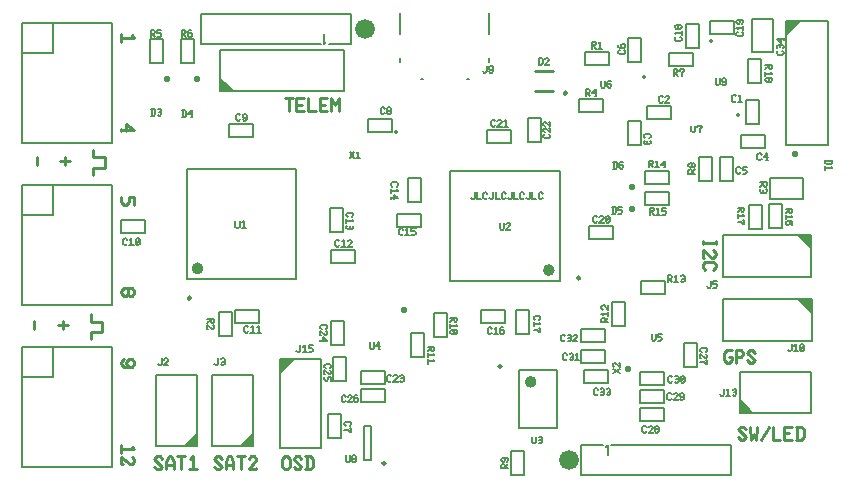
<source format=gto>
G04 Generated by Ultiboard 14.1 *
%FSLAX25Y25*%
%MOIN*%

%ADD10C,0.00001*%
%ADD11C,0.00600*%
%ADD12C,0.00700*%
%ADD13C,0.00004*%
%ADD14C,0.00800*%
%ADD15C,0.01000*%
%ADD16C,0.00984*%
%ADD17C,0.00787*%
%ADD18C,0.01969*%
%ADD19C,0.01414*%
%ADD20C,0.02236*%
%ADD21C,0.06604*%


G04 ColorRGB FFFF00 for the following layer *
%LNSilkscreen Top*%
%LPD*%
G54D10*
G54D11*
X75905Y121643D02*
X75450Y121186D01*
X74995Y121186D01*
X74540Y121643D01*
X74540Y123014D01*
X74995Y123471D01*
X75450Y123471D01*
X75905Y123014D01*
X76588Y121643D02*
X77043Y121186D01*
X77498Y121186D01*
X77953Y121643D01*
X77953Y122557D01*
X77953Y123014D01*
X77498Y123471D01*
X77043Y123471D01*
X76588Y123014D01*
X76588Y122557D01*
X77043Y122100D01*
X77498Y122100D01*
X77953Y122557D01*
X72000Y120200D02*
X80000Y120200D01*
X80000Y115872D01*
X72000Y115872D01*
X72000Y120200D01*
X111643Y89119D02*
X111186Y89574D01*
X111186Y90029D01*
X111643Y90484D01*
X113014Y90484D01*
X113471Y90029D01*
X113471Y89574D01*
X113014Y89119D01*
X113014Y88209D02*
X113471Y87754D01*
X111186Y87754D01*
X111186Y88436D02*
X111186Y87071D01*
X113243Y86161D02*
X113471Y85933D01*
X113471Y85478D01*
X113014Y85023D01*
X112557Y85023D01*
X112329Y85251D01*
X112100Y85023D01*
X111643Y85023D01*
X111186Y85478D01*
X111186Y85933D01*
X111414Y86161D01*
X112329Y85933D02*
X112329Y85251D01*
X110200Y92000D02*
X105872Y92000D01*
X105872Y84000D01*
X110200Y84000D01*
X110200Y92000D01*
X108881Y79643D02*
X108426Y79186D01*
X107971Y79186D01*
X107516Y79643D01*
X107516Y81014D01*
X107971Y81471D01*
X108426Y81471D01*
X108881Y81014D01*
X109791Y81014D02*
X110246Y81471D01*
X110246Y79186D01*
X109564Y79186D02*
X110929Y79186D01*
X111612Y81014D02*
X112067Y81471D01*
X112522Y81471D01*
X112977Y81014D01*
X112977Y80786D01*
X111612Y79186D01*
X112977Y79186D01*
X112977Y79414D01*
X106000Y78200D02*
X114000Y78200D01*
X114000Y73872D01*
X106000Y73872D01*
X106000Y78200D01*
X160881Y119643D02*
X160426Y119186D01*
X159971Y119186D01*
X159516Y119643D01*
X159516Y121014D01*
X159971Y121471D01*
X160426Y121471D01*
X160881Y121014D01*
X161564Y121014D02*
X162019Y121471D01*
X162474Y121471D01*
X162929Y121014D01*
X162929Y120786D01*
X161564Y119186D01*
X162929Y119186D01*
X162929Y119414D01*
X163839Y121014D02*
X164294Y121471D01*
X164294Y119186D01*
X163612Y119186D02*
X164977Y119186D01*
X158000Y118200D02*
X166000Y118200D01*
X166000Y113872D01*
X158000Y113872D01*
X158000Y118200D01*
X194881Y87643D02*
X194426Y87186D01*
X193971Y87186D01*
X193516Y87643D01*
X193516Y89014D01*
X193971Y89471D01*
X194426Y89471D01*
X194881Y89014D01*
X195564Y89014D02*
X196019Y89471D01*
X196474Y89471D01*
X196929Y89014D01*
X196929Y88786D01*
X195564Y87186D01*
X196929Y87186D01*
X196929Y87414D01*
X197612Y89014D02*
X198067Y89471D01*
X198522Y89471D01*
X198977Y89014D01*
X198977Y87643D01*
X198522Y87186D01*
X198067Y87186D01*
X197612Y87643D01*
X197612Y89014D01*
X198977Y89014D02*
X197612Y87643D01*
X192000Y86200D02*
X200000Y86200D01*
X200000Y81872D01*
X192000Y81872D01*
X192000Y86200D01*
X229643Y44019D02*
X229186Y44474D01*
X229186Y44929D01*
X229643Y45384D01*
X231014Y45384D01*
X231471Y44929D01*
X231471Y44474D01*
X231014Y44019D01*
X231014Y43336D02*
X231471Y42881D01*
X231471Y42426D01*
X231014Y41971D01*
X230786Y41971D01*
X229186Y43336D01*
X229186Y41971D01*
X229414Y41971D01*
X229186Y40606D02*
X230329Y40606D01*
X231014Y39923D01*
X231471Y39923D01*
X231471Y41288D01*
X231014Y41288D01*
X228200Y46900D02*
X223872Y46900D01*
X223872Y38900D01*
X228200Y38900D01*
X228200Y46900D01*
X198514Y54116D02*
X196229Y54116D01*
X196229Y55026D01*
X196686Y55481D01*
X196914Y55481D01*
X197371Y55026D01*
X197371Y54116D01*
X197371Y54343D02*
X198514Y55481D01*
X196686Y56391D02*
X196229Y56846D01*
X198514Y56846D01*
X198514Y56164D02*
X198514Y57529D01*
X196686Y58212D02*
X196229Y58667D01*
X196229Y59122D01*
X196686Y59577D01*
X196914Y59577D01*
X198514Y58212D01*
X198514Y59577D01*
X198286Y59577D01*
X199600Y52600D02*
X203928Y52600D01*
X203928Y60600D01*
X199600Y60600D01*
X199600Y52600D01*
X216793Y127643D02*
X216338Y127186D01*
X215883Y127186D01*
X215428Y127643D01*
X215428Y129014D01*
X215883Y129471D01*
X216338Y129471D01*
X216793Y129014D01*
X217476Y129014D02*
X217931Y129471D01*
X218386Y129471D01*
X218841Y129014D01*
X218841Y128786D01*
X217476Y127186D01*
X218841Y127186D01*
X218841Y127414D01*
X211400Y126200D02*
X219400Y126200D01*
X219400Y121872D01*
X211400Y121872D01*
X211400Y126200D01*
X193140Y145186D02*
X193140Y147471D01*
X194050Y147471D01*
X194505Y147014D01*
X194505Y146786D01*
X194050Y146329D01*
X193140Y146329D01*
X193367Y146329D02*
X194505Y145186D01*
X195415Y147014D02*
X195870Y147471D01*
X195870Y145186D01*
X195188Y145186D02*
X196553Y145186D01*
X190600Y144100D02*
X198600Y144100D01*
X198600Y139772D01*
X190600Y139772D01*
X190600Y144100D01*
X257586Y91784D02*
X259871Y91784D01*
X259871Y90874D01*
X259414Y90419D01*
X259186Y90419D01*
X258729Y90874D01*
X258729Y91784D01*
X258729Y91557D02*
X257586Y90419D01*
X259414Y89509D02*
X259871Y89054D01*
X257586Y89054D01*
X257586Y89736D02*
X257586Y88371D01*
X259871Y86551D02*
X259871Y87233D01*
X259414Y87688D01*
X258500Y87688D01*
X258043Y87688D01*
X257586Y87233D01*
X257586Y86778D01*
X258043Y86323D01*
X258500Y86323D01*
X258957Y86778D01*
X258957Y87233D01*
X258500Y87688D01*
X256500Y93300D02*
X252172Y93300D01*
X252172Y85300D01*
X256500Y85300D01*
X256500Y93300D01*
X203657Y144705D02*
X204114Y144250D01*
X204114Y143795D01*
X203657Y143340D01*
X202286Y143340D01*
X201829Y143795D01*
X201829Y144250D01*
X202286Y144705D01*
X201829Y146525D02*
X201829Y145843D01*
X202286Y145388D01*
X203200Y145388D01*
X203657Y145388D01*
X204114Y145843D01*
X204114Y146298D01*
X203657Y146753D01*
X203200Y146753D01*
X202743Y146298D01*
X202743Y145843D01*
X203200Y145388D01*
X205100Y140800D02*
X209428Y140800D01*
X209428Y148800D01*
X205100Y148800D01*
X205100Y140800D01*
X145886Y55484D02*
X148171Y55484D01*
X148171Y54574D01*
X147714Y54119D01*
X147486Y54119D01*
X147029Y54574D01*
X147029Y55484D01*
X147029Y55257D02*
X145886Y54119D01*
X147714Y53209D02*
X148171Y52754D01*
X145886Y52754D01*
X145886Y53436D02*
X145886Y52071D01*
X147714Y51388D02*
X148171Y50933D01*
X148171Y50478D01*
X147714Y50023D01*
X146343Y50023D01*
X145886Y50478D01*
X145886Y50933D01*
X146343Y51388D01*
X147714Y51388D01*
X147714Y50023D02*
X146343Y51388D01*
X144800Y57000D02*
X140472Y57000D01*
X140472Y49000D01*
X144800Y49000D01*
X144800Y57000D01*
X178657Y116593D02*
X179114Y116138D01*
X179114Y115683D01*
X178657Y115228D01*
X177286Y115228D01*
X176829Y115683D01*
X176829Y116138D01*
X177286Y116593D01*
X177286Y117276D02*
X176829Y117731D01*
X176829Y118186D01*
X177286Y118641D01*
X177514Y118641D01*
X179114Y117276D01*
X179114Y118641D01*
X178886Y118641D01*
X177286Y119324D02*
X176829Y119779D01*
X176829Y120234D01*
X177286Y120689D01*
X177514Y120689D01*
X179114Y119324D01*
X179114Y120689D01*
X178886Y120689D01*
X171800Y114000D02*
X176128Y114000D01*
X176128Y122000D01*
X171800Y122000D01*
X171800Y114000D01*
X210843Y115407D02*
X210386Y115862D01*
X210386Y116317D01*
X210843Y116772D01*
X212214Y116772D01*
X212671Y116317D01*
X212671Y115862D01*
X212214Y115407D01*
X212443Y114497D02*
X212671Y114269D01*
X212671Y113814D01*
X212214Y113359D01*
X211757Y113359D01*
X211529Y113587D01*
X211300Y113359D01*
X210843Y113359D01*
X210386Y113814D01*
X210386Y114269D01*
X210614Y114497D01*
X211529Y114269D02*
X211529Y113587D01*
X209300Y121000D02*
X204972Y121000D01*
X204972Y113000D01*
X209300Y113000D01*
X209300Y121000D01*
X220328Y135986D02*
X220328Y138271D01*
X221238Y138271D01*
X221693Y137814D01*
X221693Y137586D01*
X221238Y137129D01*
X220328Y137129D01*
X220555Y137129D02*
X221693Y135986D01*
X223058Y135986D02*
X223058Y137129D01*
X223741Y137814D01*
X223741Y138271D01*
X222376Y138271D01*
X222376Y137814D01*
X218600Y143600D02*
X226600Y143600D01*
X226600Y139272D01*
X218600Y139272D01*
X218600Y143600D01*
X222557Y149093D02*
X223014Y148638D01*
X223014Y148183D01*
X222557Y147728D01*
X221186Y147728D01*
X220729Y148183D01*
X220729Y148638D01*
X221186Y149093D01*
X221186Y150003D02*
X220729Y150458D01*
X223014Y150458D01*
X223014Y149776D02*
X223014Y151141D01*
X223014Y152734D02*
X223014Y152279D01*
X222557Y151824D01*
X222100Y151824D01*
X221871Y152051D01*
X221643Y151824D01*
X221186Y151824D01*
X220729Y152279D01*
X220729Y152734D01*
X221186Y153189D01*
X221643Y153189D01*
X221871Y152961D01*
X222100Y153189D01*
X222557Y153189D01*
X223014Y152734D01*
X221871Y152051D02*
X221871Y152961D01*
X224500Y145400D02*
X228828Y145400D01*
X228828Y153400D01*
X224500Y153400D01*
X224500Y145400D01*
X234328Y135271D02*
X234328Y133443D01*
X234783Y132986D01*
X235238Y132986D01*
X235693Y133443D01*
X235693Y135271D01*
X236376Y133443D02*
X236831Y132986D01*
X237286Y132986D01*
X237741Y133443D01*
X237741Y134357D01*
X237741Y134814D01*
X237286Y135271D01*
X236831Y135271D01*
X236376Y134814D01*
X236376Y134357D01*
X236831Y133900D01*
X237286Y133900D01*
X237741Y134357D01*
X256457Y144493D02*
X256914Y144038D01*
X256914Y143583D01*
X256457Y143128D01*
X255086Y143128D01*
X254629Y143583D01*
X254629Y144038D01*
X255086Y144493D01*
X254857Y145403D02*
X254629Y145631D01*
X254629Y146086D01*
X255086Y146541D01*
X255543Y146541D01*
X255771Y146313D01*
X256000Y146541D01*
X256457Y146541D01*
X256914Y146086D01*
X256914Y145631D01*
X256686Y145403D01*
X255771Y145631D02*
X255771Y146313D01*
X256000Y148589D02*
X256000Y147224D01*
X254629Y148361D01*
X256914Y148361D01*
X256914Y148134D02*
X256914Y148589D01*
X241586Y92172D02*
X243871Y92172D01*
X243871Y91262D01*
X243414Y90807D01*
X243186Y90807D01*
X242729Y91262D01*
X242729Y92172D01*
X242729Y91945D02*
X241586Y90807D01*
X243414Y89897D02*
X243871Y89442D01*
X241586Y89442D01*
X241586Y90124D02*
X241586Y88759D01*
X241586Y87394D02*
X242729Y87394D01*
X243414Y86711D01*
X243871Y86711D01*
X243871Y88076D01*
X243414Y88076D01*
X249700Y93200D02*
X245372Y93200D01*
X245372Y85200D01*
X249700Y85200D01*
X249700Y93200D01*
X249593Y108443D02*
X249138Y107986D01*
X248683Y107986D01*
X248228Y108443D01*
X248228Y109814D01*
X248683Y110271D01*
X249138Y110271D01*
X249593Y109814D01*
X251641Y108900D02*
X250276Y108900D01*
X251413Y110271D01*
X251413Y107986D01*
X251186Y107986D02*
X251641Y107986D01*
X242800Y116400D02*
X250800Y116400D01*
X250800Y112072D01*
X242800Y112072D01*
X242800Y116400D01*
X235728Y29943D02*
X236183Y29486D01*
X236638Y29486D01*
X237093Y29943D01*
X237093Y31771D01*
X238003Y31314D02*
X238458Y31771D01*
X238458Y29486D01*
X237776Y29486D02*
X239141Y29486D01*
X240051Y31543D02*
X240279Y31771D01*
X240734Y31771D01*
X241189Y31314D01*
X241189Y30857D01*
X240961Y30629D01*
X241189Y30400D01*
X241189Y29943D01*
X240734Y29486D01*
X240279Y29486D01*
X240051Y29714D01*
X240279Y30629D02*
X240961Y30629D01*
X242489Y23600D02*
X266111Y23600D01*
X266111Y37380D01*
X242489Y37380D01*
X242489Y23600D01*
X200029Y37028D02*
X202314Y38393D01*
X202314Y37028D02*
X200029Y38393D01*
X200486Y39076D02*
X200029Y39531D01*
X200029Y39986D01*
X200486Y40441D01*
X200714Y40441D01*
X202314Y39076D01*
X202314Y40441D01*
X202086Y40441D01*
X219593Y28543D02*
X219138Y28086D01*
X218683Y28086D01*
X218228Y28543D01*
X218228Y29914D01*
X218683Y30371D01*
X219138Y30371D01*
X219593Y29914D01*
X220276Y29914D02*
X220731Y30371D01*
X221186Y30371D01*
X221641Y29914D01*
X221641Y29686D01*
X220276Y28086D01*
X221641Y28086D01*
X221641Y28314D01*
X222324Y28543D02*
X222779Y28086D01*
X223234Y28086D01*
X223689Y28543D01*
X223689Y29457D01*
X223689Y29914D01*
X223234Y30371D01*
X222779Y30371D01*
X222324Y29914D01*
X222324Y29457D01*
X222779Y29000D01*
X223234Y29000D01*
X223689Y29457D01*
X209167Y31400D02*
X217167Y31400D01*
X217167Y27072D01*
X209167Y27072D01*
X209167Y31400D01*
X195093Y30143D02*
X194638Y29686D01*
X194183Y29686D01*
X193728Y30143D01*
X193728Y31514D01*
X194183Y31971D01*
X194638Y31971D01*
X195093Y31514D01*
X196003Y31743D02*
X196231Y31971D01*
X196686Y31971D01*
X197141Y31514D01*
X197141Y31057D01*
X196913Y30829D01*
X197141Y30600D01*
X197141Y30143D01*
X196686Y29686D01*
X196231Y29686D01*
X196003Y29914D01*
X196231Y30829D02*
X196913Y30829D01*
X198051Y31743D02*
X198279Y31971D01*
X198734Y31971D01*
X199189Y31514D01*
X199189Y31057D01*
X198961Y30829D01*
X199189Y30600D01*
X199189Y30143D01*
X198734Y29686D01*
X198279Y29686D01*
X198051Y29914D01*
X198279Y30829D02*
X198961Y30829D01*
X190300Y37900D02*
X198300Y37900D01*
X198300Y33572D01*
X190300Y33572D01*
X190300Y37900D01*
X184793Y41843D02*
X184338Y41386D01*
X183883Y41386D01*
X183428Y41843D01*
X183428Y43214D01*
X183883Y43671D01*
X184338Y43671D01*
X184793Y43214D01*
X185703Y43443D02*
X185931Y43671D01*
X186386Y43671D01*
X186841Y43214D01*
X186841Y42757D01*
X186613Y42529D01*
X186841Y42300D01*
X186841Y41843D01*
X186386Y41386D01*
X185931Y41386D01*
X185703Y41614D01*
X185931Y42529D02*
X186613Y42529D01*
X187751Y43214D02*
X188206Y43671D01*
X188206Y41386D01*
X187524Y41386D02*
X188889Y41386D01*
X189500Y44800D02*
X197500Y44800D01*
X197500Y40472D01*
X189500Y40472D01*
X189500Y44800D01*
X126543Y99207D02*
X126086Y99662D01*
X126086Y100117D01*
X126543Y100572D01*
X127914Y100572D01*
X128371Y100117D01*
X128371Y99662D01*
X127914Y99207D01*
X127914Y98297D02*
X128371Y97842D01*
X126086Y97842D01*
X126086Y98524D02*
X126086Y97159D01*
X127000Y95111D02*
X127000Y96476D01*
X128371Y95339D01*
X126086Y95339D01*
X126086Y95566D02*
X126086Y95111D01*
X136200Y102000D02*
X131872Y102000D01*
X131872Y94000D01*
X136200Y94000D01*
X136200Y102000D01*
X159693Y50443D02*
X159238Y49986D01*
X158783Y49986D01*
X158328Y50443D01*
X158328Y51814D01*
X158783Y52271D01*
X159238Y52271D01*
X159693Y51814D01*
X160603Y51814D02*
X161058Y52271D01*
X161058Y49986D01*
X160376Y49986D02*
X161741Y49986D01*
X163561Y52271D02*
X162879Y52271D01*
X162424Y51814D01*
X162424Y50900D01*
X162424Y50443D01*
X162879Y49986D01*
X163334Y49986D01*
X163789Y50443D01*
X163789Y50900D01*
X163334Y51357D01*
X162879Y51357D01*
X162424Y50900D01*
X156000Y58200D02*
X164000Y58200D01*
X164000Y53872D01*
X156000Y53872D01*
X156000Y58200D01*
X174043Y54707D02*
X173586Y55162D01*
X173586Y55617D01*
X174043Y56072D01*
X175414Y56072D01*
X175871Y55617D01*
X175871Y55162D01*
X175414Y54707D01*
X175414Y53797D02*
X175871Y53342D01*
X173586Y53342D01*
X173586Y54024D02*
X173586Y52659D01*
X173586Y51294D02*
X174729Y51294D01*
X175414Y50611D01*
X175871Y50611D01*
X175871Y51976D01*
X175414Y51976D01*
X172200Y58000D02*
X167872Y58000D01*
X167872Y50000D01*
X172200Y50000D01*
X172200Y58000D01*
X64886Y55072D02*
X67171Y55072D01*
X67171Y54162D01*
X66714Y53707D01*
X66486Y53707D01*
X66029Y54162D01*
X66029Y55072D01*
X66029Y54845D02*
X64886Y53707D01*
X66714Y53024D02*
X67171Y52569D01*
X67171Y52114D01*
X66714Y51659D01*
X66486Y51659D01*
X64886Y53024D01*
X64886Y51659D01*
X65114Y51659D01*
X73000Y57400D02*
X68672Y57400D01*
X68672Y49400D01*
X73000Y49400D01*
X73000Y57400D01*
X102943Y51707D02*
X102486Y52162D01*
X102486Y52617D01*
X102943Y53072D01*
X104314Y53072D01*
X104771Y52617D01*
X104771Y52162D01*
X104314Y51707D01*
X104314Y51024D02*
X104771Y50569D01*
X104771Y50114D01*
X104314Y49659D01*
X104086Y49659D01*
X102486Y51024D01*
X102486Y49659D01*
X102714Y49659D01*
X103400Y47611D02*
X103400Y48976D01*
X104771Y47839D01*
X102486Y47839D01*
X102486Y48066D02*
X102486Y47611D01*
X110400Y54300D02*
X106072Y54300D01*
X106072Y46300D01*
X110400Y46300D01*
X110400Y54300D01*
X104243Y38607D02*
X103786Y39062D01*
X103786Y39517D01*
X104243Y39972D01*
X105614Y39972D01*
X106071Y39517D01*
X106071Y39062D01*
X105614Y38607D01*
X105614Y37924D02*
X106071Y37469D01*
X106071Y37014D01*
X105614Y36559D01*
X105386Y36559D01*
X103786Y37924D01*
X103786Y36559D01*
X104014Y36559D01*
X106071Y34511D02*
X106071Y35876D01*
X105157Y35876D01*
X105157Y34966D01*
X104700Y34511D01*
X104243Y34511D01*
X103786Y34966D01*
X103786Y35876D01*
X111100Y42300D02*
X106772Y42300D01*
X106772Y34300D01*
X111100Y34300D01*
X111100Y42300D01*
X110993Y27843D02*
X110538Y27386D01*
X110083Y27386D01*
X109628Y27843D01*
X109628Y29214D01*
X110083Y29671D01*
X110538Y29671D01*
X110993Y29214D01*
X111676Y29214D02*
X112131Y29671D01*
X112586Y29671D01*
X113041Y29214D01*
X113041Y28986D01*
X111676Y27386D01*
X113041Y27386D01*
X113041Y27614D01*
X114861Y29671D02*
X114179Y29671D01*
X113724Y29214D01*
X113724Y28300D01*
X113724Y27843D01*
X114179Y27386D01*
X114634Y27386D01*
X115089Y27843D01*
X115089Y28300D01*
X114634Y28757D01*
X114179Y28757D01*
X113724Y28300D01*
X116200Y31800D02*
X124200Y31800D01*
X124200Y27472D01*
X116200Y27472D01*
X116200Y31800D01*
X126193Y34543D02*
X125738Y34086D01*
X125283Y34086D01*
X124828Y34543D01*
X124828Y35914D01*
X125283Y36371D01*
X125738Y36371D01*
X126193Y35914D01*
X126876Y35914D02*
X127331Y36371D01*
X127786Y36371D01*
X128241Y35914D01*
X128241Y35686D01*
X126876Y34086D01*
X128241Y34086D01*
X128241Y34314D01*
X129151Y36143D02*
X129379Y36371D01*
X129834Y36371D01*
X130289Y35914D01*
X130289Y35457D01*
X130061Y35229D01*
X130289Y35000D01*
X130289Y34543D01*
X129834Y34086D01*
X129379Y34086D01*
X129151Y34314D01*
X129379Y35229D02*
X130061Y35229D01*
X116200Y37600D02*
X124200Y37600D01*
X124200Y33272D01*
X116200Y33272D01*
X116200Y37600D01*
X138286Y45672D02*
X140571Y45672D01*
X140571Y44762D01*
X140114Y44307D01*
X139886Y44307D01*
X139429Y44762D01*
X139429Y45672D01*
X139429Y45445D02*
X138286Y44307D01*
X140114Y43397D02*
X140571Y42942D01*
X138286Y42942D01*
X138286Y43624D02*
X138286Y42259D01*
X140114Y41349D02*
X140571Y40894D01*
X138286Y40894D01*
X138286Y41576D02*
X138286Y40211D01*
X137100Y50400D02*
X132772Y50400D01*
X132772Y42400D01*
X137100Y42400D01*
X137100Y50400D01*
X48335Y40070D02*
X48791Y39613D01*
X49246Y39613D01*
X49701Y40070D01*
X49701Y41899D01*
X50383Y41442D02*
X50839Y41899D01*
X51294Y41899D01*
X51749Y41442D01*
X51749Y41213D01*
X50383Y39613D01*
X51749Y39613D01*
X51749Y39842D01*
X61400Y12789D02*
X47620Y12789D01*
X47620Y36411D01*
X61400Y36411D01*
X61400Y12789D01*
X67180Y40191D02*
X67635Y39734D01*
X68090Y39734D01*
X68545Y40191D01*
X68545Y42019D01*
X69455Y41791D02*
X69683Y42019D01*
X70138Y42019D01*
X70593Y41562D01*
X70593Y41105D01*
X70365Y40877D01*
X70593Y40648D01*
X70593Y40191D01*
X70138Y39734D01*
X69683Y39734D01*
X69455Y39962D01*
X69683Y40877D02*
X70365Y40877D01*
X80200Y12889D02*
X66420Y12889D01*
X66420Y36511D01*
X80200Y36511D01*
X80200Y12889D01*
X211249Y17643D02*
X210794Y17186D01*
X210339Y17186D01*
X209884Y17643D01*
X209884Y19014D01*
X210339Y19471D01*
X210794Y19471D01*
X211249Y19014D01*
X211932Y19014D02*
X212387Y19471D01*
X212842Y19471D01*
X213297Y19014D01*
X213297Y18786D01*
X211932Y17186D01*
X213297Y17186D01*
X213297Y17414D01*
X214890Y17186D02*
X214435Y17186D01*
X213980Y17643D01*
X213980Y18100D01*
X214207Y18329D01*
X213980Y18557D01*
X213980Y19014D01*
X214435Y19471D01*
X214890Y19471D01*
X215345Y19014D01*
X215345Y18557D01*
X215117Y18329D01*
X215345Y18100D01*
X215345Y17643D01*
X214890Y17186D01*
X214207Y18329D02*
X215117Y18329D01*
X217167Y21000D02*
X209167Y21000D01*
X209167Y25328D01*
X217167Y25328D01*
X217167Y21000D01*
X219893Y34343D02*
X219438Y33886D01*
X218983Y33886D01*
X218528Y34343D01*
X218528Y35714D01*
X218983Y36171D01*
X219438Y36171D01*
X219893Y35714D01*
X220803Y35943D02*
X221031Y36171D01*
X221486Y36171D01*
X221941Y35714D01*
X221941Y35257D01*
X221713Y35029D01*
X221941Y34800D01*
X221941Y34343D01*
X221486Y33886D01*
X221031Y33886D01*
X220803Y34114D01*
X221031Y35029D02*
X221713Y35029D01*
X222624Y35714D02*
X223079Y36171D01*
X223534Y36171D01*
X223989Y35714D01*
X223989Y34343D01*
X223534Y33886D01*
X223079Y33886D01*
X222624Y34343D01*
X222624Y35714D01*
X223989Y35714D02*
X222624Y34343D01*
X217167Y33000D02*
X209167Y33000D01*
X209167Y37328D01*
X217167Y37328D01*
X217167Y33000D01*
X119028Y47271D02*
X119028Y45443D01*
X119483Y44986D01*
X119938Y44986D01*
X120393Y45443D01*
X120393Y47271D01*
X122441Y45900D02*
X121076Y45900D01*
X122213Y47271D01*
X122213Y44986D01*
X121986Y44986D02*
X122441Y44986D01*
X184093Y48043D02*
X183638Y47586D01*
X183183Y47586D01*
X182728Y48043D01*
X182728Y49414D01*
X183183Y49871D01*
X183638Y49871D01*
X184093Y49414D01*
X185003Y49643D02*
X185231Y49871D01*
X185686Y49871D01*
X186141Y49414D01*
X186141Y48957D01*
X185913Y48729D01*
X186141Y48500D01*
X186141Y48043D01*
X185686Y47586D01*
X185231Y47586D01*
X185003Y47814D01*
X185231Y48729D02*
X185913Y48729D01*
X186824Y49414D02*
X187279Y49871D01*
X187734Y49871D01*
X188189Y49414D01*
X188189Y49186D01*
X186824Y47586D01*
X188189Y47586D01*
X188189Y47814D01*
X197400Y47272D02*
X189400Y47272D01*
X189400Y51600D01*
X197400Y51600D01*
X197400Y47272D01*
X258284Y44843D02*
X258739Y44386D01*
X259194Y44386D01*
X259649Y44843D01*
X259649Y46671D01*
X260559Y46214D02*
X261014Y46671D01*
X261014Y44386D01*
X260332Y44386D02*
X261697Y44386D01*
X262380Y46214D02*
X262835Y46671D01*
X263290Y46671D01*
X263745Y46214D01*
X263745Y44843D01*
X263290Y44386D01*
X262835Y44386D01*
X262380Y44843D01*
X262380Y46214D01*
X263745Y46214D02*
X262380Y44843D01*
X266311Y61600D02*
X236783Y61600D01*
X236783Y47820D01*
X266311Y47820D01*
X266311Y61600D01*
X78549Y50943D02*
X78094Y50486D01*
X77639Y50486D01*
X77184Y50943D01*
X77184Y52314D01*
X77639Y52771D01*
X78094Y52771D01*
X78549Y52314D01*
X79459Y52314D02*
X79914Y52771D01*
X79914Y50486D01*
X79232Y50486D02*
X80597Y50486D01*
X81507Y52314D02*
X81962Y52771D01*
X81962Y50486D01*
X81280Y50486D02*
X82645Y50486D01*
X82000Y53800D02*
X74000Y53800D01*
X74000Y58128D01*
X82000Y58128D01*
X82000Y53800D01*
X218484Y67386D02*
X218484Y69671D01*
X219394Y69671D01*
X219849Y69214D01*
X219849Y68986D01*
X219394Y68529D01*
X218484Y68529D01*
X218711Y68529D02*
X219849Y67386D01*
X220759Y69214D02*
X221214Y69671D01*
X221214Y67386D01*
X220532Y67386D02*
X221897Y67386D01*
X222807Y69443D02*
X223035Y69671D01*
X223490Y69671D01*
X223945Y69214D01*
X223945Y68757D01*
X223717Y68529D01*
X223945Y68300D01*
X223945Y67843D01*
X223490Y67386D01*
X223035Y67386D01*
X222807Y67614D01*
X223035Y68529D02*
X223717Y68529D01*
X217400Y63500D02*
X209400Y63500D01*
X209400Y67828D01*
X217400Y67828D01*
X217400Y63500D01*
X38193Y80143D02*
X37738Y79686D01*
X37283Y79686D01*
X36828Y80143D01*
X36828Y81514D01*
X37283Y81971D01*
X37738Y81971D01*
X38193Y81514D01*
X39103Y81514D02*
X39558Y81971D01*
X39558Y79686D01*
X38876Y79686D02*
X40241Y79686D01*
X40924Y81514D02*
X41379Y81971D01*
X41834Y81971D01*
X42289Y81514D01*
X42289Y80143D01*
X41834Y79686D01*
X41379Y79686D01*
X40924Y80143D01*
X40924Y81514D01*
X42289Y81514D02*
X40924Y80143D01*
X44000Y83800D02*
X36000Y83800D01*
X36000Y88128D01*
X44000Y88128D01*
X44000Y83800D01*
X112332Y110871D02*
X113697Y108586D01*
X112332Y108586D02*
X113697Y110871D01*
X114607Y110414D02*
X115062Y110871D01*
X115062Y108586D01*
X114380Y108586D02*
X115745Y108586D01*
X175280Y139810D02*
X176190Y139810D01*
X176645Y140267D01*
X176645Y141639D01*
X176190Y142096D01*
X175280Y142096D01*
X175507Y142096D02*
X175507Y139810D01*
X177328Y141639D02*
X177783Y142096D01*
X178238Y142096D01*
X178693Y141639D01*
X178693Y141410D01*
X177328Y139810D01*
X178693Y139810D01*
X178693Y140039D01*
X242957Y150793D02*
X243414Y150338D01*
X243414Y149883D01*
X242957Y149428D01*
X241586Y149428D01*
X241129Y149883D01*
X241129Y150338D01*
X241586Y150793D01*
X241586Y151703D02*
X241129Y152158D01*
X243414Y152158D01*
X243414Y151476D02*
X243414Y152841D01*
X242957Y153524D02*
X243414Y153979D01*
X243414Y154434D01*
X242957Y154889D01*
X242043Y154889D01*
X241586Y154889D01*
X241129Y154434D01*
X241129Y153979D01*
X241586Y153524D01*
X242043Y153524D01*
X242500Y153979D01*
X242500Y154434D01*
X242043Y154889D01*
X240300Y149900D02*
X232300Y149900D01*
X232300Y154228D01*
X240300Y154228D01*
X240300Y149900D01*
X68989Y131000D02*
X110328Y131000D01*
X110328Y144780D01*
X68989Y144780D01*
X68989Y131000D01*
X231428Y65943D02*
X231883Y65486D01*
X232338Y65486D01*
X232793Y65943D01*
X232793Y67771D01*
X234841Y67771D02*
X233476Y67771D01*
X233476Y66857D01*
X234386Y66857D01*
X234841Y66400D01*
X234841Y65943D01*
X234386Y65486D01*
X233476Y65486D01*
X266111Y83000D02*
X236583Y83000D01*
X236583Y69220D01*
X266111Y69220D01*
X266111Y83000D01*
X94528Y44443D02*
X94983Y43986D01*
X95438Y43986D01*
X95893Y44443D01*
X95893Y46271D01*
X96803Y45814D02*
X97258Y46271D01*
X97258Y43986D01*
X96576Y43986D02*
X97941Y43986D01*
X99989Y46271D02*
X98624Y46271D01*
X98624Y45357D01*
X99534Y45357D01*
X99989Y44900D01*
X99989Y44443D01*
X99534Y43986D01*
X98624Y43986D01*
X89000Y41711D02*
X102780Y41711D01*
X102780Y12183D01*
X89000Y12183D01*
X89000Y41711D01*
X200128Y105186D02*
X201038Y105186D01*
X201493Y105643D01*
X201493Y107014D01*
X201038Y107471D01*
X200128Y107471D01*
X200355Y107471D02*
X200355Y105186D01*
X203313Y107471D02*
X202631Y107471D01*
X202176Y107014D01*
X202176Y106100D01*
X202176Y105643D01*
X202631Y105186D01*
X203086Y105186D01*
X203541Y105643D01*
X203541Y106100D01*
X203086Y106557D01*
X202631Y106557D01*
X202176Y106100D01*
X199728Y90186D02*
X200638Y90186D01*
X201093Y90643D01*
X201093Y92014D01*
X200638Y92471D01*
X199728Y92471D01*
X199955Y92471D02*
X199955Y90186D01*
X203141Y92471D02*
X201776Y92471D01*
X201776Y91557D01*
X202686Y91557D01*
X203141Y91100D01*
X203141Y90643D01*
X202686Y90186D01*
X201776Y90186D01*
X191140Y129386D02*
X191140Y131671D01*
X192050Y131671D01*
X192505Y131214D01*
X192505Y130986D01*
X192050Y130529D01*
X191140Y130529D01*
X191367Y130529D02*
X192505Y129386D01*
X194553Y130300D02*
X193188Y130300D01*
X194325Y131671D01*
X194325Y129386D01*
X194098Y129386D02*
X194553Y129386D01*
X188600Y128300D02*
X196600Y128300D01*
X196600Y123972D01*
X188600Y123972D01*
X188600Y128300D01*
X250886Y139604D02*
X253171Y139604D01*
X253171Y138694D01*
X252714Y138239D01*
X252486Y138239D01*
X252029Y138694D01*
X252029Y139604D01*
X252029Y139377D02*
X250886Y138239D01*
X252714Y137329D02*
X253171Y136874D01*
X250886Y136874D01*
X250886Y137556D02*
X250886Y136191D01*
X250886Y134598D02*
X250886Y135053D01*
X251343Y135508D01*
X251800Y135508D01*
X252029Y135281D01*
X252257Y135508D01*
X252714Y135508D01*
X253171Y135053D01*
X253171Y134598D01*
X252714Y134143D01*
X252257Y134143D01*
X252029Y134371D01*
X251800Y134143D01*
X251343Y134143D01*
X250886Y134598D01*
X252029Y135281D02*
X252029Y134371D01*
X249400Y141700D02*
X245072Y141700D01*
X245072Y133700D01*
X249400Y133700D01*
X249400Y141700D01*
X227514Y103540D02*
X225229Y103540D01*
X225229Y104450D01*
X225686Y104905D01*
X225914Y104905D01*
X226371Y104450D01*
X226371Y103540D01*
X226371Y103767D02*
X227514Y104905D01*
X227514Y106498D02*
X227514Y106043D01*
X227057Y105588D01*
X226600Y105588D01*
X226371Y105815D01*
X226143Y105588D01*
X225686Y105588D01*
X225229Y106043D01*
X225229Y106498D01*
X225686Y106953D01*
X226143Y106953D01*
X226371Y106725D01*
X226600Y106953D01*
X227057Y106953D01*
X227514Y106498D01*
X226371Y105815D02*
X226371Y106725D01*
X228600Y101000D02*
X232928Y101000D01*
X232928Y109000D01*
X228600Y109000D01*
X228600Y101000D01*
X173028Y15871D02*
X173028Y14043D01*
X173483Y13586D01*
X173938Y13586D01*
X174393Y14043D01*
X174393Y15871D01*
X175303Y15643D02*
X175531Y15871D01*
X175986Y15871D01*
X176441Y15414D01*
X176441Y14957D01*
X176213Y14729D01*
X176441Y14500D01*
X176441Y14043D01*
X175986Y13586D01*
X175531Y13586D01*
X175303Y13814D01*
X175531Y14729D02*
X176213Y14729D01*
X111028Y9571D02*
X111028Y7743D01*
X111483Y7286D01*
X111938Y7286D01*
X112393Y7743D01*
X112393Y9571D01*
X113986Y7286D02*
X113531Y7286D01*
X113076Y7743D01*
X113076Y8200D01*
X113303Y8429D01*
X113076Y8657D01*
X113076Y9114D01*
X113531Y9571D01*
X113986Y9571D01*
X114441Y9114D01*
X114441Y8657D01*
X114213Y8429D01*
X114441Y8200D01*
X114441Y7743D01*
X113986Y7286D01*
X113303Y8429D02*
X114213Y8429D01*
X212928Y50071D02*
X212928Y48243D01*
X213383Y47786D01*
X213838Y47786D01*
X214293Y48243D01*
X214293Y50071D01*
X216341Y50071D02*
X214976Y50071D01*
X214976Y49157D01*
X215886Y49157D01*
X216341Y48700D01*
X216341Y48243D01*
X215886Y47786D01*
X214976Y47786D01*
X74230Y87687D02*
X74230Y85858D01*
X74685Y85401D01*
X75140Y85401D01*
X75595Y85858D01*
X75595Y87687D01*
X76505Y87230D02*
X76960Y87687D01*
X76960Y85401D01*
X76278Y85401D02*
X77643Y85401D01*
X162452Y87171D02*
X162452Y85343D01*
X162907Y84886D01*
X163362Y84886D01*
X163817Y85343D01*
X163817Y87171D01*
X164500Y86714D02*
X164955Y87171D01*
X165410Y87171D01*
X165865Y86714D01*
X165865Y86486D01*
X164500Y84886D01*
X165865Y84886D01*
X165865Y85114D01*
X130161Y83443D02*
X129706Y82986D01*
X129251Y82986D01*
X128796Y83443D01*
X128796Y84814D01*
X129251Y85271D01*
X129706Y85271D01*
X130161Y84814D01*
X131071Y84814D02*
X131526Y85271D01*
X131526Y82986D01*
X130844Y82986D02*
X132209Y82986D01*
X134257Y85271D02*
X132892Y85271D01*
X132892Y84357D01*
X133802Y84357D01*
X134257Y83900D01*
X134257Y83443D01*
X133802Y82986D01*
X132892Y82986D01*
X136000Y85800D02*
X128000Y85800D01*
X128000Y90128D01*
X136000Y90128D01*
X136000Y85800D01*
X242593Y103943D02*
X242138Y103486D01*
X241683Y103486D01*
X241228Y103943D01*
X241228Y105314D01*
X241683Y105771D01*
X242138Y105771D01*
X242593Y105314D01*
X244641Y105771D02*
X243276Y105771D01*
X243276Y104857D01*
X244186Y104857D01*
X244641Y104400D01*
X244641Y103943D01*
X244186Y103486D01*
X243276Y103486D01*
X240200Y109100D02*
X235872Y109100D01*
X235872Y101100D01*
X240200Y101100D01*
X240200Y109100D01*
X226180Y119523D02*
X226180Y117695D01*
X226635Y117238D01*
X227090Y117238D01*
X227545Y117695D01*
X227545Y119523D01*
X228910Y117238D02*
X228910Y118381D01*
X229593Y119066D01*
X229593Y119523D01*
X228228Y119523D01*
X228228Y119066D01*
X241145Y127891D02*
X240690Y127434D01*
X240235Y127434D01*
X239780Y127891D01*
X239780Y129262D01*
X240235Y129719D01*
X240690Y129719D01*
X241145Y129262D01*
X242055Y129262D02*
X242510Y129719D01*
X242510Y127434D01*
X241828Y127434D02*
X243193Y127434D01*
X244400Y119900D02*
X248728Y119900D01*
X248728Y127900D01*
X244400Y127900D01*
X244400Y119900D01*
X46128Y122886D02*
X47038Y122886D01*
X47493Y123343D01*
X47493Y124714D01*
X47038Y125171D01*
X46128Y125171D01*
X46355Y125171D02*
X46355Y122886D01*
X48403Y124943D02*
X48631Y125171D01*
X49086Y125171D01*
X49541Y124714D01*
X49541Y124257D01*
X49313Y124029D01*
X49541Y123800D01*
X49541Y123343D01*
X49086Y122886D01*
X48631Y122886D01*
X48403Y123114D01*
X48631Y124029D02*
X49313Y124029D01*
X56428Y122386D02*
X57338Y122386D01*
X57793Y122843D01*
X57793Y124214D01*
X57338Y124671D01*
X56428Y124671D01*
X56655Y124671D02*
X56655Y122386D01*
X59841Y123300D02*
X58476Y123300D01*
X59613Y124671D01*
X59613Y122386D01*
X59386Y122386D02*
X59841Y122386D01*
X196080Y134423D02*
X196080Y132595D01*
X196535Y132138D01*
X196990Y132138D01*
X197445Y132595D01*
X197445Y134423D01*
X199265Y134423D02*
X198583Y134423D01*
X198128Y133966D01*
X198128Y133052D01*
X198128Y132595D01*
X198583Y132138D01*
X199038Y132138D01*
X199493Y132595D01*
X199493Y133052D01*
X199038Y133509D01*
X198583Y133509D01*
X198128Y133052D01*
X110943Y19495D02*
X110486Y19950D01*
X110486Y20405D01*
X110943Y20860D01*
X112314Y20860D01*
X112771Y20405D01*
X112771Y19950D01*
X112314Y19495D01*
X110486Y18130D02*
X111629Y18130D01*
X112314Y17447D01*
X112771Y17447D01*
X112771Y18812D01*
X112314Y18812D01*
X109500Y23400D02*
X105172Y23400D01*
X105172Y15400D01*
X109500Y15400D01*
X109500Y23400D01*
X46028Y148986D02*
X46028Y151271D01*
X46938Y151271D01*
X47393Y150814D01*
X47393Y150586D01*
X46938Y150129D01*
X46028Y150129D01*
X46255Y150129D02*
X47393Y148986D01*
X49441Y151271D02*
X48076Y151271D01*
X48076Y150357D01*
X48986Y150357D01*
X49441Y149900D01*
X49441Y149443D01*
X48986Y148986D01*
X48076Y148986D01*
X50000Y148250D02*
X45672Y148250D01*
X45672Y140250D01*
X50000Y140250D01*
X50000Y148250D01*
X56328Y148986D02*
X56328Y151271D01*
X57238Y151271D01*
X57693Y150814D01*
X57693Y150586D01*
X57238Y150129D01*
X56328Y150129D01*
X56555Y150129D02*
X57693Y148986D01*
X59513Y151271D02*
X58831Y151271D01*
X58376Y150814D01*
X58376Y149900D01*
X58376Y149443D01*
X58831Y148986D01*
X59286Y148986D01*
X59741Y149443D01*
X59741Y149900D01*
X59286Y150357D01*
X58831Y150357D01*
X58376Y149900D01*
X60300Y148250D02*
X55972Y148250D01*
X55972Y140250D01*
X60300Y140250D01*
X60300Y148250D01*
X212028Y105586D02*
X212028Y107871D01*
X212938Y107871D01*
X213393Y107414D01*
X213393Y107186D01*
X212938Y106729D01*
X212028Y106729D01*
X212255Y106729D02*
X213393Y105586D01*
X214303Y107414D02*
X214758Y107871D01*
X214758Y105586D01*
X214076Y105586D02*
X215441Y105586D01*
X217489Y106500D02*
X216124Y106500D01*
X217261Y107871D01*
X217261Y105586D01*
X217034Y105586D02*
X217489Y105586D01*
X218800Y100200D02*
X210800Y100200D01*
X210800Y104528D01*
X218800Y104528D01*
X218800Y100200D01*
X212428Y89786D02*
X212428Y92071D01*
X213338Y92071D01*
X213793Y91614D01*
X213793Y91386D01*
X213338Y90929D01*
X212428Y90929D01*
X212655Y90929D02*
X213793Y89786D01*
X214703Y91614D02*
X215158Y92071D01*
X215158Y89786D01*
X214476Y89786D02*
X215841Y89786D01*
X217889Y92071D02*
X216524Y92071D01*
X216524Y91157D01*
X217434Y91157D01*
X217889Y90700D01*
X217889Y90243D01*
X217434Y89786D01*
X216524Y89786D01*
X218900Y92900D02*
X210900Y92900D01*
X210900Y97228D01*
X218900Y97228D01*
X218900Y92900D01*
X165114Y5440D02*
X162829Y5440D01*
X162829Y6350D01*
X163286Y6805D01*
X163514Y6805D01*
X163971Y6350D01*
X163971Y5440D01*
X163971Y5667D02*
X165114Y6805D01*
X164657Y7488D02*
X165114Y7943D01*
X165114Y8398D01*
X164657Y8853D01*
X163743Y8853D01*
X163286Y8853D01*
X162829Y8398D01*
X162829Y7943D01*
X163286Y7488D01*
X163743Y7488D01*
X164200Y7943D01*
X164200Y8398D01*
X163743Y8853D01*
X166200Y2900D02*
X170528Y2900D01*
X170528Y10900D01*
X166200Y10900D01*
X166200Y2900D01*
X152728Y95443D02*
X153183Y94986D01*
X153638Y94986D01*
X154093Y95443D01*
X154093Y97271D01*
X154776Y97271D02*
X154776Y94986D01*
X156141Y94986D01*
X158189Y95443D02*
X157734Y94986D01*
X157279Y94986D01*
X156824Y95443D01*
X156824Y96814D01*
X157279Y97271D01*
X157734Y97271D01*
X158189Y96814D01*
X158872Y95443D02*
X159327Y94986D01*
X159782Y94986D01*
X160237Y95443D01*
X160237Y97271D01*
X160920Y97271D02*
X160920Y94986D01*
X162285Y94986D01*
X164333Y95443D02*
X163878Y94986D01*
X163423Y94986D01*
X162968Y95443D01*
X162968Y96814D01*
X163423Y97271D01*
X163878Y97271D01*
X164333Y96814D01*
X165016Y95443D02*
X165471Y94986D01*
X165926Y94986D01*
X166381Y95443D01*
X166381Y97271D01*
X167064Y97271D02*
X167064Y94986D01*
X168429Y94986D01*
X170477Y95443D02*
X170022Y94986D01*
X169567Y94986D01*
X169112Y95443D01*
X169112Y96814D01*
X169567Y97271D01*
X170022Y97271D01*
X170477Y96814D01*
X171160Y95443D02*
X171615Y94986D01*
X172070Y94986D01*
X172525Y95443D01*
X172525Y97271D01*
X173208Y97271D02*
X173208Y94986D01*
X174573Y94986D01*
X176621Y95443D02*
X176166Y94986D01*
X175711Y94986D01*
X175256Y95443D01*
X175256Y96814D01*
X175711Y97271D01*
X176166Y97271D01*
X176621Y96814D01*
X257800Y154311D02*
X271580Y154311D01*
X271580Y112972D01*
X257800Y112972D01*
X257800Y154311D01*
X249086Y100572D02*
X251371Y100572D01*
X251371Y99662D01*
X250914Y99207D01*
X250686Y99207D01*
X250229Y99662D01*
X250229Y100572D01*
X250229Y100345D02*
X249086Y99207D01*
X251143Y98297D02*
X251371Y98069D01*
X251371Y97614D01*
X250914Y97159D01*
X250457Y97159D01*
X250229Y97387D01*
X250000Y97159D01*
X249543Y97159D01*
X249086Y97614D01*
X249086Y98069D01*
X249314Y98297D01*
X250229Y98069D02*
X250229Y97387D01*
X270886Y107972D02*
X270886Y107062D01*
X271343Y106607D01*
X272714Y106607D01*
X273171Y107062D01*
X273171Y107972D01*
X273171Y107745D02*
X270886Y107745D01*
X272714Y105697D02*
X273171Y105242D01*
X270886Y105242D01*
X270886Y105924D02*
X270886Y104559D01*
X156632Y137643D02*
X157087Y137186D01*
X157542Y137186D01*
X157997Y137643D01*
X157997Y139471D01*
X158680Y137643D02*
X159135Y137186D01*
X159590Y137186D01*
X160045Y137643D01*
X160045Y138557D01*
X160045Y139014D01*
X159590Y139471D01*
X159135Y139471D01*
X158680Y139014D01*
X158680Y138557D01*
X159135Y138100D01*
X159590Y138100D01*
X160045Y138557D01*
X123997Y123743D02*
X123542Y123286D01*
X123087Y123286D01*
X122632Y123743D01*
X122632Y125114D01*
X123087Y125571D01*
X123542Y125571D01*
X123997Y125114D01*
X125590Y123286D02*
X125135Y123286D01*
X124680Y123743D01*
X124680Y124200D01*
X124907Y124429D01*
X124680Y124657D01*
X124680Y125114D01*
X125135Y125571D01*
X125590Y125571D01*
X126045Y125114D01*
X126045Y124657D01*
X125817Y124429D01*
X126045Y124200D01*
X126045Y123743D01*
X125590Y123286D01*
X124907Y124429D02*
X125817Y124429D01*
X126300Y117500D02*
X118300Y117500D01*
X118300Y121828D01*
X126300Y121828D01*
X126300Y117500D01*
G54D12*
X246400Y143900D02*
X246400Y154900D01*
X253400Y154900D02*
X253400Y143900D01*
X246400Y143900D01*
X246400Y154900D02*
X253400Y154900D01*
G54D13*
G36*
X242700Y23780D02*
X242700Y23780D01*
X246900Y23880D01*
X242700Y27980D01*
X242700Y23780D01*
D02*
G37*
X246900Y23880D01*
X242700Y27980D01*
X242700Y23780D01*
G36*
X61220Y13000D02*
X61220Y13000D01*
X61120Y17200D01*
X57020Y13000D01*
X61220Y13000D01*
D02*
G37*
X61120Y17200D01*
X57020Y13000D01*
X61220Y13000D01*
G36*
X80020Y13100D02*
X80020Y13100D01*
X79920Y17300D01*
X75820Y13100D01*
X80020Y13100D01*
D02*
G37*
X79920Y17300D01*
X75820Y13100D01*
X80020Y13100D01*
G36*
X266100Y61420D02*
X266100Y61420D01*
X261900Y61320D01*
X266100Y57220D01*
X266100Y61420D01*
D02*
G37*
X261900Y61320D01*
X266100Y57220D01*
X266100Y61420D01*
G36*
X69200Y131180D02*
X69200Y131180D01*
X73400Y131280D01*
X69200Y135380D01*
X69200Y131180D01*
D02*
G37*
X73400Y131280D01*
X69200Y135380D01*
X69200Y131180D01*
G36*
X265900Y82820D02*
X265900Y82820D01*
X261700Y82720D01*
X265900Y78620D01*
X265900Y82820D01*
D02*
G37*
X261700Y82720D01*
X265900Y78620D01*
X265900Y82820D01*
G36*
X89180Y41500D02*
X89180Y41500D01*
X89280Y37300D01*
X93380Y41500D01*
X89180Y41500D01*
D02*
G37*
X89280Y37300D01*
X93380Y41500D01*
X89180Y41500D01*
G36*
X257980Y154100D02*
X257980Y154100D01*
X258080Y149900D01*
X262180Y154100D01*
X257980Y154100D01*
D02*
G37*
X258080Y149900D01*
X262180Y154100D01*
X257980Y154100D01*
G54D14*
X33117Y45700D02*
X2917Y45700D01*
X2917Y5700D01*
X33117Y5700D01*
X33117Y45700D01*
X2917Y45700D02*
X22917Y45700D01*
X13317Y35700D02*
X3317Y35700D01*
X13317Y45700D02*
X13317Y35800D01*
X2917Y99644D02*
X22917Y99644D01*
X13317Y89644D02*
X3317Y89644D01*
X13317Y99644D02*
X13317Y89744D01*
X33117Y99644D02*
X2917Y99644D01*
X2917Y59643D01*
X33117Y59643D01*
X33117Y99644D01*
X33117Y153588D02*
X2917Y153588D01*
X2917Y113587D01*
X33117Y113587D01*
X33117Y153588D01*
X2917Y153588D02*
X22917Y153588D01*
X13317Y143588D02*
X3317Y143588D01*
X13317Y153588D02*
X13317Y143688D01*
X239400Y13200D02*
X199400Y13200D01*
X196900Y13200D02*
X189400Y13200D01*
X189400Y3200D01*
X198567Y13200D02*
X198567Y9867D01*
X197733Y12367D02*
X198567Y13200D01*
X239400Y13200D02*
X239400Y3200D01*
X189400Y3200D01*
X62900Y146700D02*
X102900Y146700D01*
X105400Y146700D02*
X112900Y146700D01*
X112900Y156700D01*
X103733Y146700D02*
X103733Y150033D01*
X104567Y147533D02*
X103733Y146700D01*
X62900Y146700D02*
X62900Y156700D01*
X112900Y156700D01*
X263300Y95200D02*
X252300Y95200D01*
X252300Y102200D02*
X263300Y102200D01*
X252300Y95200D02*
X252300Y102200D01*
X263300Y102200D02*
X263300Y95200D01*
X158764Y150035D02*
X158764Y157122D01*
X158764Y140685D02*
X158764Y142161D01*
X151283Y135075D02*
X152071Y135075D01*
X129236Y157122D02*
X129236Y150035D01*
X129236Y140685D02*
X129236Y142161D01*
X136717Y135075D02*
X135929Y135075D01*
G54D15*
X180104Y137746D02*
X174096Y137746D01*
X180104Y131054D02*
X174096Y131054D01*
X17400Y109003D02*
X17400Y106443D01*
X19114Y107723D02*
X15686Y107723D01*
X7920Y109003D02*
X7920Y106443D01*
X26800Y108900D02*
X30600Y108900D01*
X26750Y105400D02*
X26750Y103000D01*
X26750Y111300D02*
X26750Y108900D01*
X30500Y105500D02*
X26800Y105500D01*
X30600Y108800D02*
X30600Y105500D01*
X7200Y54293D02*
X7200Y51733D01*
X16680Y54293D02*
X16680Y51733D01*
X18394Y53013D02*
X14966Y53013D01*
X26030Y56590D02*
X26030Y54190D01*
X26080Y54190D02*
X29880Y54190D01*
X26030Y50690D02*
X26030Y48290D01*
X29780Y50790D02*
X26080Y50790D01*
X29880Y54090D02*
X29880Y50790D01*
X47227Y5843D02*
X48080Y4986D01*
X48933Y4986D01*
X49787Y5843D01*
X47227Y8414D01*
X48080Y9271D01*
X48933Y9271D01*
X49787Y8414D01*
X51067Y4986D02*
X51067Y7557D01*
X51920Y9271D01*
X52773Y9271D01*
X53627Y7557D01*
X53627Y4986D01*
X51067Y6271D02*
X53627Y6271D01*
X56187Y4986D02*
X56187Y9271D01*
X54907Y9271D02*
X57467Y9271D01*
X59173Y8414D02*
X60027Y9271D01*
X60027Y4986D01*
X58747Y4986D02*
X61307Y4986D01*
X67127Y5843D02*
X67980Y4986D01*
X68833Y4986D01*
X69687Y5843D01*
X67127Y8414D01*
X67980Y9271D01*
X68833Y9271D01*
X69687Y8414D01*
X70967Y4986D02*
X70967Y7557D01*
X71820Y9271D01*
X72673Y9271D01*
X73527Y7557D01*
X73527Y4986D01*
X70967Y6271D02*
X73527Y6271D01*
X76087Y4986D02*
X76087Y9271D01*
X74807Y9271D02*
X77367Y9271D01*
X78647Y8414D02*
X79500Y9271D01*
X80353Y9271D01*
X81207Y8414D01*
X81207Y7986D01*
X78647Y4986D01*
X81207Y4986D01*
X81207Y5414D01*
X89827Y5843D02*
X90680Y4986D01*
X91533Y4986D01*
X92387Y5843D01*
X92387Y8414D01*
X91533Y9271D01*
X90680Y9271D01*
X89827Y8414D01*
X89827Y5843D01*
X93667Y5843D02*
X94520Y4986D01*
X95373Y4986D01*
X96227Y5843D01*
X93667Y8414D01*
X94520Y9271D01*
X95373Y9271D01*
X96227Y8414D01*
X97507Y4986D02*
X99213Y4986D01*
X100067Y5843D01*
X100067Y8414D01*
X99213Y9271D01*
X97507Y9271D01*
X97933Y9271D02*
X97933Y4986D01*
X241827Y15743D02*
X242680Y14886D01*
X243533Y14886D01*
X244387Y15743D01*
X241827Y18314D01*
X242680Y19171D01*
X243533Y19171D01*
X244387Y18314D01*
X245667Y19171D02*
X246093Y14886D01*
X246947Y16600D01*
X247800Y14886D01*
X248227Y19171D01*
X252067Y19171D02*
X249507Y14886D01*
X253347Y19171D02*
X253347Y14886D01*
X255907Y14886D01*
X259747Y14886D02*
X257187Y14886D01*
X257187Y17029D01*
X257187Y19171D01*
X259747Y19171D01*
X257187Y17029D02*
X258893Y17029D01*
X261027Y14886D02*
X262733Y14886D01*
X263587Y15743D01*
X263587Y18314D01*
X262733Y19171D01*
X261027Y19171D01*
X261453Y19171D02*
X261453Y14886D01*
X238833Y42529D02*
X239687Y42529D01*
X239687Y41243D01*
X238833Y40386D01*
X237980Y40386D01*
X237127Y41243D01*
X237127Y43814D01*
X237980Y44671D01*
X239687Y44671D01*
X240967Y40386D02*
X240967Y44671D01*
X242673Y44671D01*
X243527Y43814D01*
X243527Y43386D01*
X242673Y42529D01*
X240967Y42529D01*
X244807Y41243D02*
X245660Y40386D01*
X246513Y40386D01*
X247367Y41243D01*
X244807Y43814D01*
X245660Y44671D01*
X246513Y44671D01*
X247367Y43814D01*
X229986Y80920D02*
X229986Y80067D01*
X234271Y80920D02*
X234271Y80067D01*
X229986Y80493D02*
X234271Y80493D01*
X233414Y77933D02*
X234271Y77080D01*
X234271Y76227D01*
X233414Y75373D01*
X232986Y75373D01*
X229986Y77933D01*
X229986Y75373D01*
X230414Y75373D01*
X230843Y71533D02*
X229986Y72387D01*
X229986Y73240D01*
X230843Y74093D01*
X233414Y74093D01*
X234271Y73240D01*
X234271Y72387D01*
X233414Y71533D01*
X39581Y12547D02*
X40438Y11693D01*
X36152Y11693D01*
X36152Y12973D02*
X36152Y10413D01*
X39581Y9133D02*
X40438Y8280D01*
X40438Y7427D01*
X39581Y6573D01*
X39152Y6573D01*
X36152Y9133D01*
X36152Y6573D01*
X36581Y6573D01*
X37043Y41673D02*
X36186Y40820D01*
X36186Y39967D01*
X37043Y39113D01*
X38757Y39113D01*
X39614Y39113D01*
X40471Y39967D01*
X40471Y40820D01*
X39614Y41673D01*
X38757Y41673D01*
X37900Y40820D01*
X37900Y39967D01*
X38757Y39113D01*
X36186Y63667D02*
X36186Y64520D01*
X37043Y65373D01*
X37900Y65373D01*
X38329Y64947D01*
X38757Y65373D01*
X39614Y65373D01*
X40471Y64520D01*
X40471Y63667D01*
X39614Y62813D01*
X38757Y62813D01*
X38329Y63240D01*
X37900Y62813D01*
X37043Y62813D01*
X36186Y63667D01*
X38329Y64947D02*
X38329Y63240D01*
X40471Y93113D02*
X40471Y95673D01*
X38757Y95673D01*
X38757Y93967D01*
X37900Y93113D01*
X37043Y93113D01*
X36186Y93967D01*
X36186Y95673D01*
X37900Y117613D02*
X37900Y120173D01*
X40471Y118040D01*
X36186Y118040D01*
X36186Y118467D02*
X36186Y117613D01*
X39581Y149567D02*
X40438Y148713D01*
X36152Y148713D01*
X36152Y149993D02*
X36152Y147433D01*
X92007Y124386D02*
X92007Y128671D01*
X90727Y128671D02*
X93287Y128671D01*
X97127Y124386D02*
X94567Y124386D01*
X94567Y126529D01*
X94567Y128671D01*
X97127Y128671D01*
X94567Y126529D02*
X96273Y126529D01*
X98407Y128671D02*
X98407Y124386D01*
X100967Y124386D01*
X104807Y124386D02*
X102247Y124386D01*
X102247Y126529D01*
X102247Y128671D01*
X104807Y128671D01*
X102247Y126529D02*
X103953Y126529D01*
X106087Y124386D02*
X106087Y128671D01*
X107367Y126529D01*
X108647Y128671D01*
X108647Y124386D01*
G54D16*
X183742Y130306D02*
G75*
D01*
G02X183742Y130306I492J0*
G01*
X161909Y39227D02*
G75*
D01*
G02X161909Y39227I493J0*
G01*
X123220Y6910D02*
G75*
D01*
G02X123220Y6910I492J0*
G01*
X58435Y61981D02*
G75*
D01*
G02X58435Y61981I492J0*
G01*
X188114Y68677D02*
G75*
D01*
G02X188114Y68677I492J0*
G01*
G54D17*
X168701Y18754D02*
X181299Y18754D01*
X181299Y38046D02*
X168701Y38046D01*
X168701Y18754D01*
X181299Y18754D02*
X181299Y38046D01*
X119480Y19509D02*
X116920Y19509D01*
X116920Y8091D02*
X119480Y8091D01*
X119480Y19509D01*
X116920Y19509D02*
X116920Y8091D01*
X57943Y68281D02*
X94557Y68281D01*
X94557Y104895D01*
X57943Y104895D01*
X57943Y68281D01*
X182307Y67693D02*
X145693Y67693D01*
X145693Y104307D01*
X182307Y104307D01*
X182307Y67693D01*
G54D18*
X171654Y34109D02*
G75*
D01*
G02X171654Y34109I984J0*
G01*
X60600Y71922D02*
G75*
D01*
G02X60600Y71922I985J0*
G01*
X177681Y71335D02*
G75*
D01*
G02X177681Y71335I984J0*
G01*
G54D19*
X232600Y147800D03*
X127800Y117300D03*
X241600Y122900D03*
X210400Y135700D03*
G54D20*
X130400Y57900D03*
X206400Y98900D03*
X206400Y91600D03*
X205000Y38500D03*
X51500Y135000D03*
X61500Y135000D03*
X260900Y110000D03*
G54D21*
X185250Y7900D03*
X117450Y151600D03*

M02*

</source>
